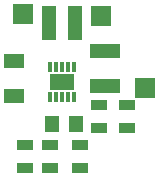
<source format=gtp>
G04 #@! TF.FileFunction,Paste,Top*
%FSLAX46Y46*%
G04 Gerber Fmt 4.6, Leading zero omitted, Abs format (unit mm)*
G04 Created by KiCad (PCBNEW 0.201508140901+6091~28~ubuntu14.04.1-product) date Thu 22 Oct 2015 10:51:19 PM CEST*
%MOMM*%
G01*
G04 APERTURE LIST*
%ADD10C,0.127000*%
%ADD11R,2.652400X1.152400*%
%ADD12R,1.152400X1.402400*%
%ADD13R,1.152400X2.852400*%
%ADD14R,1.452400X0.852400*%
%ADD15R,1.653540X1.653540*%
%ADD16O,0.382400X0.952400*%
%ADD17R,2.152400X1.352400*%
%ADD18R,1.752400X1.152400*%
G04 APERTURE END LIST*
D10*
D11*
X149402800Y-92149800D03*
X149402800Y-95149800D03*
D12*
X144973800Y-98298000D03*
X146973800Y-98298000D03*
D13*
X144696000Y-89789000D03*
X146896000Y-89789000D03*
D14*
X151257000Y-98638400D03*
X151257000Y-96738400D03*
X148945600Y-96763800D03*
X148945600Y-98663800D03*
X142621000Y-100142000D03*
X142621000Y-102042000D03*
X144780000Y-102042000D03*
X144780000Y-100142000D03*
X147320000Y-102042000D03*
X147320000Y-100142000D03*
D15*
X142494000Y-89027000D03*
X149098000Y-89154000D03*
X152781000Y-95250000D03*
D16*
X146807200Y-93471800D03*
X146307200Y-93471800D03*
X145807200Y-93471800D03*
X145307200Y-93471800D03*
X144807200Y-93471800D03*
X144807200Y-96021800D03*
X145307200Y-96021800D03*
X145807200Y-96021800D03*
X146307200Y-96021800D03*
X146807200Y-96021800D03*
D17*
X145807200Y-94746800D03*
D18*
X141732000Y-92988000D03*
X141732000Y-95988000D03*
M02*

</source>
